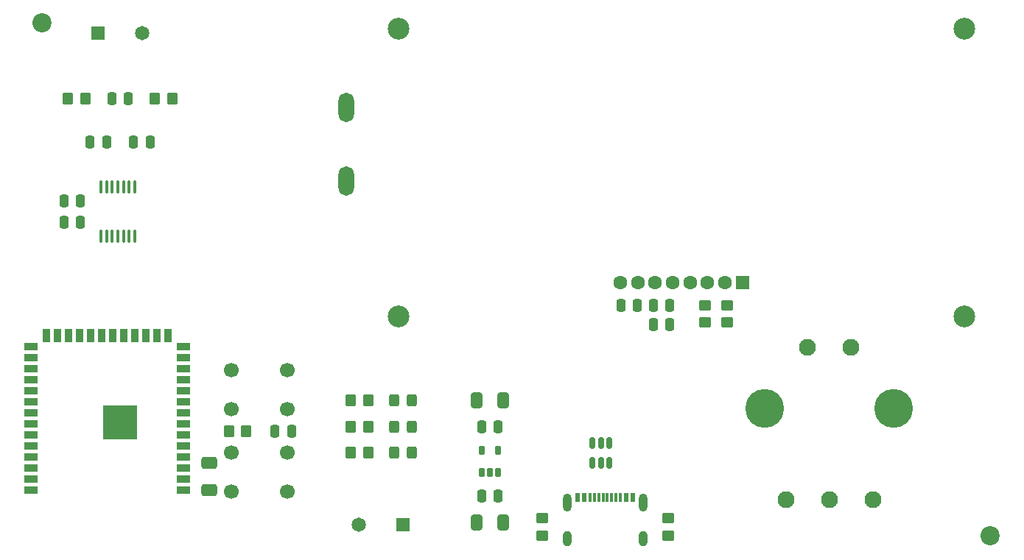
<source format=gbr>
%TF.GenerationSoftware,KiCad,Pcbnew,9.0.5*%
%TF.CreationDate,2025-10-20T16:28:33-04:00*%
%TF.ProjectId,phoenix_v2,70686f65-6e69-4785-9f76-322e6b696361,v3*%
%TF.SameCoordinates,Original*%
%TF.FileFunction,Soldermask,Top*%
%TF.FilePolarity,Negative*%
%FSLAX46Y46*%
G04 Gerber Fmt 4.6, Leading zero omitted, Abs format (unit mm)*
G04 Created by KiCad (PCBNEW 9.0.5) date 2025-10-20 16:28:33*
%MOMM*%
%LPD*%
G01*
G04 APERTURE LIST*
G04 Aperture macros list*
%AMRoundRect*
0 Rectangle with rounded corners*
0 $1 Rounding radius*
0 $2 $3 $4 $5 $6 $7 $8 $9 X,Y pos of 4 corners*
0 Add a 4 corners polygon primitive as box body*
4,1,4,$2,$3,$4,$5,$6,$7,$8,$9,$2,$3,0*
0 Add four circle primitives for the rounded corners*
1,1,$1+$1,$2,$3*
1,1,$1+$1,$4,$5*
1,1,$1+$1,$6,$7*
1,1,$1+$1,$8,$9*
0 Add four rect primitives between the rounded corners*
20,1,$1+$1,$2,$3,$4,$5,0*
20,1,$1+$1,$4,$5,$6,$7,0*
20,1,$1+$1,$6,$7,$8,$9,0*
20,1,$1+$1,$8,$9,$2,$3,0*%
G04 Aperture macros list end*
%ADD10C,2.200000*%
%ADD11RoundRect,0.250000X-0.250000X-0.475000X0.250000X-0.475000X0.250000X0.475000X-0.250000X0.475000X0*%
%ADD12RoundRect,0.250000X-0.350000X-0.450000X0.350000X-0.450000X0.350000X0.450000X-0.350000X0.450000X0*%
%ADD13RoundRect,0.250000X0.412500X0.650000X-0.412500X0.650000X-0.412500X-0.650000X0.412500X-0.650000X0*%
%ADD14C,1.700000*%
%ADD15R,1.650000X1.650000*%
%ADD16C,1.650000*%
%ADD17RoundRect,0.250000X0.250000X0.475000X-0.250000X0.475000X-0.250000X-0.475000X0.250000X-0.475000X0*%
%ADD18R,1.500000X0.900000*%
%ADD19R,0.900000X1.500000*%
%ADD20C,0.600000*%
%ADD21R,3.900000X3.900000*%
%ADD22R,0.600000X1.140000*%
%ADD23R,0.300000X1.140000*%
%ADD24O,1.000000X2.100000*%
%ADD25O,1.000000X1.800000*%
%ADD26RoundRect,0.250000X-0.450000X0.350000X-0.450000X-0.350000X0.450000X-0.350000X0.450000X0.350000X0*%
%ADD27RoundRect,0.250000X0.325000X0.450000X-0.325000X0.450000X-0.325000X-0.450000X0.325000X-0.450000X0*%
%ADD28C,1.950000*%
%ADD29C,4.460000*%
%ADD30RoundRect,0.090000X0.210000X-0.460000X0.210000X0.460000X-0.210000X0.460000X-0.210000X-0.460000X0*%
%ADD31RoundRect,0.250000X0.450000X-0.350000X0.450000X0.350000X-0.450000X0.350000X-0.450000X-0.350000X0*%
%ADD32RoundRect,0.250000X-0.650000X0.412500X-0.650000X-0.412500X0.650000X-0.412500X0.650000X0.412500X0*%
%ADD33C,2.500000*%
%ADD34R,1.600000X1.600000*%
%ADD35C,1.600000*%
%ADD36O,1.800000X3.400000*%
%ADD37RoundRect,0.150000X0.150000X-0.512500X0.150000X0.512500X-0.150000X0.512500X-0.150000X-0.512500X0*%
%ADD38RoundRect,0.250000X0.350000X0.450000X-0.350000X0.450000X-0.350000X-0.450000X0.350000X-0.450000X0*%
%ADD39RoundRect,0.250000X-0.412500X-0.650000X0.412500X-0.650000X0.412500X0.650000X-0.412500X0.650000X0*%
%ADD40RoundRect,0.100000X-0.100000X0.637500X-0.100000X-0.637500X0.100000X-0.637500X0.100000X0.637500X0*%
G04 APERTURE END LIST*
D10*
%TO.C,REF\u002A\u002A*%
X194200000Y-131100000D03*
%TD*%
%TO.C,REF\u002A\u002A*%
X85200000Y-72100000D03*
%TD*%
D11*
%TO.C,C8*%
X95750000Y-85850000D03*
X97650000Y-85850000D03*
%TD*%
D12*
%TO.C,R5*%
X120700000Y-115600000D03*
X122700000Y-115600000D03*
%TD*%
D13*
%TO.C,C12*%
X138262500Y-129600000D03*
X135137500Y-129600000D03*
%TD*%
D14*
%TO.C,SW2*%
X106950000Y-121600000D03*
X113450000Y-121600000D03*
X106950000Y-126100000D03*
X113450000Y-126100000D03*
%TD*%
D15*
%TO.C,J2*%
X91660000Y-73350000D03*
D16*
X96740000Y-73350000D03*
%TD*%
D17*
%TO.C,C9*%
X113900000Y-119100000D03*
X112000000Y-119100000D03*
%TD*%
%TO.C,C5*%
X89650000Y-95100000D03*
X87750000Y-95100000D03*
%TD*%
D12*
%TO.C,R3*%
X88200000Y-80850000D03*
X90200000Y-80850000D03*
%TD*%
D11*
%TO.C,C4*%
X87750000Y-92600000D03*
X89650000Y-92600000D03*
%TD*%
D18*
%TO.C,U5*%
X101450000Y-125860000D03*
X101450000Y-124590000D03*
X101450000Y-123320000D03*
X101450000Y-122050000D03*
X101450000Y-120780000D03*
X101450000Y-119510000D03*
X101450000Y-118240000D03*
X101450000Y-116970000D03*
X101450000Y-115700000D03*
X101450000Y-114430000D03*
X101450000Y-113160000D03*
X101450000Y-111890000D03*
X101450000Y-110620000D03*
X101450000Y-109350000D03*
D19*
X99685000Y-108100000D03*
X98415000Y-108100000D03*
X97145000Y-108100000D03*
X95875000Y-108100000D03*
X94605000Y-108100000D03*
X93335000Y-108100000D03*
X92065000Y-108100000D03*
X90795000Y-108100000D03*
X89525000Y-108100000D03*
X88255000Y-108100000D03*
X86985000Y-108100000D03*
X85715000Y-108100000D03*
D18*
X83950000Y-109350000D03*
X83950000Y-110620000D03*
X83950000Y-111890000D03*
X83950000Y-113160000D03*
X83950000Y-114430000D03*
X83950000Y-115700000D03*
X83950000Y-116970000D03*
X83950000Y-118240000D03*
X83950000Y-119510000D03*
X83950000Y-120780000D03*
X83950000Y-122050000D03*
X83950000Y-123320000D03*
X83950000Y-124590000D03*
X83950000Y-125860000D03*
D20*
X95600000Y-118840000D03*
X95600000Y-117440000D03*
X94900000Y-119540000D03*
X94900000Y-118140000D03*
X94900000Y-116740000D03*
X94200000Y-118840000D03*
D21*
X94200000Y-118140000D03*
D20*
X94200000Y-117440000D03*
X93500000Y-119540000D03*
X93500000Y-118140000D03*
X93500000Y-116740000D03*
X92800000Y-118840000D03*
X92800000Y-117440000D03*
%TD*%
D15*
%TO.C,J3*%
X126740000Y-129850000D03*
D16*
X121660000Y-129850000D03*
%TD*%
D22*
%TO.C,J1*%
X146750000Y-126750000D03*
X147550000Y-126750000D03*
D23*
X148700000Y-126750000D03*
X149700000Y-126750000D03*
X150200000Y-126750000D03*
X151200000Y-126750000D03*
D22*
X152350000Y-126750000D03*
X153150000Y-126750000D03*
X153150000Y-126750000D03*
X152350000Y-126750000D03*
D23*
X151700000Y-126750000D03*
X150700000Y-126750000D03*
X149200000Y-126750000D03*
X148200000Y-126750000D03*
D22*
X147550000Y-126750000D03*
X146750000Y-126750000D03*
D24*
X145630000Y-127320000D03*
D25*
X145630000Y-131500000D03*
D24*
X154270000Y-127320000D03*
D25*
X154270000Y-131500000D03*
%TD*%
D12*
%TO.C,R8*%
X106700000Y-119100000D03*
X108700000Y-119100000D03*
%TD*%
D11*
%TO.C,C6*%
X90750000Y-85850000D03*
X92650000Y-85850000D03*
%TD*%
D26*
%TO.C,R1*%
X142700000Y-129100000D03*
X142700000Y-131100000D03*
%TD*%
%TO.C,R2*%
X157200000Y-129100000D03*
X157200000Y-131100000D03*
%TD*%
D17*
%TO.C,C1*%
X157400000Y-104600000D03*
X155500000Y-104600000D03*
%TD*%
%TO.C,C3*%
X157400000Y-106850000D03*
X155500000Y-106850000D03*
%TD*%
D12*
%TO.C,R6*%
X120700000Y-118600000D03*
X122700000Y-118600000D03*
%TD*%
D17*
%TO.C,C2*%
X153650000Y-104600000D03*
X151750000Y-104600000D03*
%TD*%
D12*
%TO.C,R7*%
X120700000Y-121600000D03*
X122700000Y-121600000D03*
%TD*%
D27*
%TO.C,D1*%
X127725000Y-115600000D03*
X125675000Y-115600000D03*
%TD*%
D28*
%TO.C,SW3*%
X170700000Y-127000000D03*
X175700000Y-127000000D03*
X180700000Y-127000000D03*
D29*
X168300000Y-116500000D03*
X183100000Y-116500000D03*
D28*
X173200000Y-109500000D03*
X178200000Y-109500000D03*
%TD*%
D30*
%TO.C,U4*%
X135750000Y-123900000D03*
X136700000Y-123900000D03*
X137650000Y-123900000D03*
X137650000Y-121300000D03*
X135750000Y-121300000D03*
%TD*%
D14*
%TO.C,SW1*%
X106950000Y-112100000D03*
X113450000Y-112100000D03*
X106950000Y-116600000D03*
X113450000Y-116600000D03*
%TD*%
D31*
%TO.C,R9*%
X163950000Y-106600000D03*
X163950000Y-104600000D03*
%TD*%
%TO.C,R10*%
X161450000Y-106600000D03*
X161450000Y-104600000D03*
%TD*%
D27*
%TO.C,D3*%
X127725000Y-121600000D03*
X125675000Y-121600000D03*
%TD*%
D32*
%TO.C,C14*%
X104450000Y-122725000D03*
X104450000Y-125850000D03*
%TD*%
D17*
%TO.C,C10*%
X137650000Y-126600000D03*
X135750000Y-126600000D03*
%TD*%
D33*
%TO.C,U1*%
X126200000Y-72800000D03*
X126200000Y-105900000D03*
X191200000Y-72800000D03*
X191200000Y-105900000D03*
D34*
X165700000Y-102000000D03*
D35*
X163700000Y-102000000D03*
X161700000Y-102000000D03*
X159700000Y-102000000D03*
X157700000Y-102000000D03*
X155700000Y-102000000D03*
X153700000Y-102000000D03*
X151700000Y-102000000D03*
D36*
X120150000Y-90350000D03*
X120150000Y-81850000D03*
%TD*%
D37*
%TO.C,U2*%
X148500000Y-122737500D03*
X149450000Y-122737500D03*
X150400000Y-122737500D03*
X150400000Y-120462500D03*
X149450000Y-120462500D03*
X148500000Y-120462500D03*
%TD*%
D27*
%TO.C,D2*%
X127725000Y-118600000D03*
X125675000Y-118600000D03*
%TD*%
D11*
%TO.C,C11*%
X135750000Y-118600000D03*
X137650000Y-118600000D03*
%TD*%
D38*
%TO.C,R4*%
X100200000Y-80850000D03*
X98200000Y-80850000D03*
%TD*%
D39*
%TO.C,C13*%
X135137500Y-115600000D03*
X138262500Y-115600000D03*
%TD*%
D11*
%TO.C,C7*%
X93250000Y-80850000D03*
X95150000Y-80850000D03*
%TD*%
D40*
%TO.C,U3*%
X95900000Y-90987500D03*
X95250000Y-90987500D03*
X94600000Y-90987500D03*
X93950000Y-90987500D03*
X93300000Y-90987500D03*
X92650000Y-90987500D03*
X92000000Y-90987500D03*
X92000000Y-96712500D03*
X92650000Y-96712500D03*
X93300000Y-96712500D03*
X93950000Y-96712500D03*
X94600000Y-96712500D03*
X95250000Y-96712500D03*
X95900000Y-96712500D03*
%TD*%
M02*

</source>
